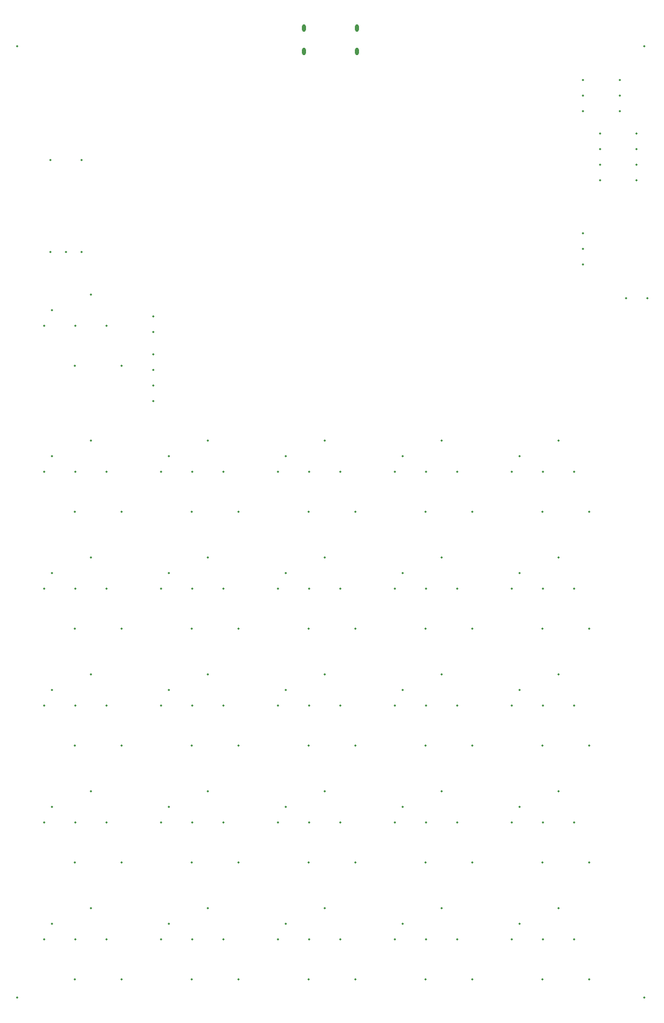
<source format=gbr>
%TF.GenerationSoftware,KiCad,Pcbnew,9.0.7*%
%TF.CreationDate,2026-03-01T07:38:40-05:00*%
%TF.ProjectId,Macropad,4d616372-6f70-4616-942e-6b696361645f,rev?*%
%TF.SameCoordinates,Original*%
%TF.FileFunction,OtherDrawing,Comment*%
%FSLAX46Y46*%
G04 Gerber Fmt 4.6, Leading zero omitted, Abs format (unit mm)*
G04 Created by KiCad (PCBNEW 9.0.7) date 2026-03-01 07:38:40*
%MOMM*%
%LPD*%
G01*
G04 APERTURE LIST*
%ADD10C,0.350000*%
%ADD11O,0.600000X1.200000*%
G04 APERTURE END LIST*
D10*
X92250000Y25460000D03*
X92250000Y28000000D03*
X92250000Y30540000D03*
X80645000Y-109538000D03*
X85725000Y-109538000D03*
X90805000Y-109538000D03*
X81915000Y-106998000D03*
X88265000Y-104458000D03*
X42545000Y-71438000D03*
X47625000Y-71438000D03*
X52705000Y-71438000D03*
X43815000Y-68898000D03*
X50165000Y-66358000D03*
X99250000Y-5000000D03*
X102750000Y-5000000D03*
X102250000Y-119000000D03*
X61595000Y-52388000D03*
X66675000Y-52388000D03*
X71755000Y-52388000D03*
X62865000Y-49848000D03*
X69215000Y-47308000D03*
X23495000Y-109538000D03*
X28575000Y-109538000D03*
X33655000Y-109538000D03*
X24765000Y-106998000D03*
X31115000Y-104458000D03*
X80645000Y-90487000D03*
X85725000Y-90487000D03*
X90805000Y-90487000D03*
X81915000Y-87947000D03*
X88265000Y-85407000D03*
X101000000Y14190000D03*
X101000000Y16730000D03*
X101000000Y19270000D03*
X101000000Y21810000D03*
X80645000Y-71438000D03*
X85725000Y-71438000D03*
X90805000Y-71438000D03*
X81915000Y-68898000D03*
X88265000Y-66358000D03*
X92250000Y460000D03*
X92250000Y3000000D03*
X92250000Y5540000D03*
X102250000Y36000000D03*
X80645000Y-52388000D03*
X85725000Y-52388000D03*
X90805000Y-52388000D03*
X81915000Y-49848000D03*
X88265000Y-47308000D03*
X22250000Y-8000000D03*
X22250000Y-10540000D03*
X61595000Y-33337000D03*
X66675000Y-33337000D03*
X71755000Y-33337000D03*
X62865000Y-30797000D03*
X69215000Y-28257000D03*
X42545000Y-109538000D03*
X47625000Y-109538000D03*
X52705000Y-109538000D03*
X43815000Y-106998000D03*
X50165000Y-104458000D03*
X42545000Y-90487000D03*
X47625000Y-90487000D03*
X52705000Y-90487000D03*
X43815000Y-87947000D03*
X50165000Y-85407000D03*
X61595000Y-109538000D03*
X66675000Y-109538000D03*
X71755000Y-109538000D03*
X62865000Y-106998000D03*
X69215000Y-104458000D03*
X4445000Y-52388000D03*
X9525000Y-52388000D03*
X14605000Y-52388000D03*
X5715000Y-49848000D03*
X12065000Y-47308000D03*
X0Y-119000000D03*
X4445000Y-109538000D03*
X9525000Y-109538000D03*
X14605000Y-109538000D03*
X5715000Y-106998000D03*
X12065000Y-104458000D03*
X4445000Y-9525000D03*
X9525000Y-9525000D03*
X14605000Y-9525000D03*
X5715000Y-6985000D03*
X12065000Y-4445000D03*
X0Y36000000D03*
X61595000Y-71438000D03*
X66675000Y-71438000D03*
X71755000Y-71438000D03*
X62865000Y-68898000D03*
X69215000Y-66358000D03*
D11*
X46805000Y39000000D03*
X46805000Y35200000D03*
X55445000Y39000000D03*
X55445000Y35200000D03*
D10*
X95000000Y14190000D03*
X95000000Y16730000D03*
X95000000Y19270000D03*
X95000000Y21810000D03*
X23495000Y-33337000D03*
X28575000Y-33337000D03*
X33655000Y-33337000D03*
X24765000Y-30797000D03*
X31115000Y-28257000D03*
X4445000Y-90487000D03*
X9525000Y-90487000D03*
X14605000Y-90487000D03*
X5715000Y-87947000D03*
X12065000Y-85407000D03*
X98250000Y25460000D03*
X98250000Y28000000D03*
X98250000Y30540000D03*
X23495000Y-90487000D03*
X28575000Y-90487000D03*
X33655000Y-90487000D03*
X24765000Y-87947000D03*
X31115000Y-85407000D03*
X42545000Y-52388000D03*
X47625000Y-52388000D03*
X52705000Y-52388000D03*
X43815000Y-49848000D03*
X50165000Y-47308000D03*
X23495000Y-52388000D03*
X28575000Y-52388000D03*
X33655000Y-52388000D03*
X24765000Y-49848000D03*
X31115000Y-47308000D03*
X23495000Y-71438000D03*
X28575000Y-71438000D03*
X33655000Y-71438000D03*
X24765000Y-68898000D03*
X31115000Y-66358000D03*
X80645000Y-33337000D03*
X85725000Y-33337000D03*
X90805000Y-33337000D03*
X81915000Y-30797000D03*
X88265000Y-28257000D03*
X22250000Y-21810000D03*
X22250000Y-19270000D03*
X22250000Y-16730000D03*
X22250000Y-14190000D03*
X42545000Y-33337000D03*
X47625000Y-33337000D03*
X52705000Y-33337000D03*
X43815000Y-30797000D03*
X50165000Y-28257000D03*
X4445000Y-71438000D03*
X9525000Y-71438000D03*
X14605000Y-71438000D03*
X5715000Y-68898000D03*
X12065000Y-66358000D03*
X5500000Y2500000D03*
X10500000Y2500000D03*
X8000000Y2500000D03*
X5500000Y17500000D03*
X10500000Y17500000D03*
X61595000Y-90487000D03*
X66675000Y-90487000D03*
X71755000Y-90487000D03*
X62865000Y-87947000D03*
X69215000Y-85407000D03*
X4445000Y-33337000D03*
X9525000Y-33337000D03*
X14605000Y-33337000D03*
X5715000Y-30797000D03*
X12065000Y-28257000D03*
X36075000Y-77938000D03*
X28455000Y-77938000D03*
X55125000Y-77938000D03*
X47505000Y-77938000D03*
X93225000Y-77938000D03*
X85605000Y-77938000D03*
X55125000Y-58888000D03*
X47505000Y-58888000D03*
X17025000Y-16025000D03*
X9405000Y-16025000D03*
X74175000Y-58888000D03*
X66555000Y-58888000D03*
X74175000Y-39837000D03*
X66555000Y-39837000D03*
X55125000Y-39837000D03*
X47505000Y-39837000D03*
X93225000Y-39837000D03*
X85605000Y-39837000D03*
X17025000Y-39837000D03*
X9405000Y-39837000D03*
X36075000Y-116038000D03*
X28455000Y-116038000D03*
X36075000Y-39837000D03*
X28455000Y-39837000D03*
X55125000Y-96987000D03*
X47505000Y-96987000D03*
X55125000Y-116038000D03*
X47505000Y-116038000D03*
X74175000Y-77938000D03*
X66555000Y-77938000D03*
X74175000Y-116038000D03*
X66555000Y-116038000D03*
X36075000Y-96987000D03*
X28455000Y-96987000D03*
X17025000Y-77938000D03*
X9405000Y-77938000D03*
X36075000Y-58888000D03*
X28455000Y-58888000D03*
X93225000Y-96987000D03*
X85605000Y-96987000D03*
X93225000Y-116038000D03*
X85605000Y-116038000D03*
X93225000Y-58888000D03*
X85605000Y-58888000D03*
X17025000Y-58888000D03*
X9405000Y-58888000D03*
X17025000Y-116038000D03*
X9405000Y-116038000D03*
X17025000Y-96987000D03*
X9405000Y-96987000D03*
X74175000Y-96987000D03*
X66555000Y-96987000D03*
M02*

</source>
